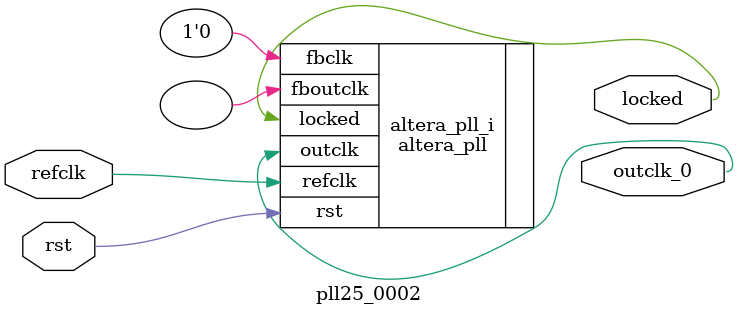
<source format=v>
`timescale 1ns/10ps
module  pll25_0002(

	// interface 'refclk'
	input wire refclk,

	// interface 'reset'
	input wire rst,

	// interface 'outclk0'
	output wire outclk_0,

	// interface 'locked'
	output wire locked
);

	altera_pll #(
		.fractional_vco_multiplier("false"),
		.reference_clock_frequency("50.0 MHz"),
		.operation_mode("direct"),
		.number_of_clocks(1),
		.output_clock_frequency0("25.000000 MHz"),
		.phase_shift0("0 ps"),
		.duty_cycle0(50),
		.output_clock_frequency1("0 MHz"),
		.phase_shift1("0 ps"),
		.duty_cycle1(50),
		.output_clock_frequency2("0 MHz"),
		.phase_shift2("0 ps"),
		.duty_cycle2(50),
		.output_clock_frequency3("0 MHz"),
		.phase_shift3("0 ps"),
		.duty_cycle3(50),
		.output_clock_frequency4("0 MHz"),
		.phase_shift4("0 ps"),
		.duty_cycle4(50),
		.output_clock_frequency5("0 MHz"),
		.phase_shift5("0 ps"),
		.duty_cycle5(50),
		.output_clock_frequency6("0 MHz"),
		.phase_shift6("0 ps"),
		.duty_cycle6(50),
		.output_clock_frequency7("0 MHz"),
		.phase_shift7("0 ps"),
		.duty_cycle7(50),
		.output_clock_frequency8("0 MHz"),
		.phase_shift8("0 ps"),
		.duty_cycle8(50),
		.output_clock_frequency9("0 MHz"),
		.phase_shift9("0 ps"),
		.duty_cycle9(50),
		.output_clock_frequency10("0 MHz"),
		.phase_shift10("0 ps"),
		.duty_cycle10(50),
		.output_clock_frequency11("0 MHz"),
		.phase_shift11("0 ps"),
		.duty_cycle11(50),
		.output_clock_frequency12("0 MHz"),
		.phase_shift12("0 ps"),
		.duty_cycle12(50),
		.output_clock_frequency13("0 MHz"),
		.phase_shift13("0 ps"),
		.duty_cycle13(50),
		.output_clock_frequency14("0 MHz"),
		.phase_shift14("0 ps"),
		.duty_cycle14(50),
		.output_clock_frequency15("0 MHz"),
		.phase_shift15("0 ps"),
		.duty_cycle15(50),
		.output_clock_frequency16("0 MHz"),
		.phase_shift16("0 ps"),
		.duty_cycle16(50),
		.output_clock_frequency17("0 MHz"),
		.phase_shift17("0 ps"),
		.duty_cycle17(50),
		.pll_type("General"),
		.pll_subtype("General")
	) altera_pll_i (
		.rst	(rst),
		.outclk	({outclk_0}),
		.locked	(locked),
		.fboutclk	( ),
		.fbclk	(1'b0),
		.refclk	(refclk)
	);
endmodule


</source>
